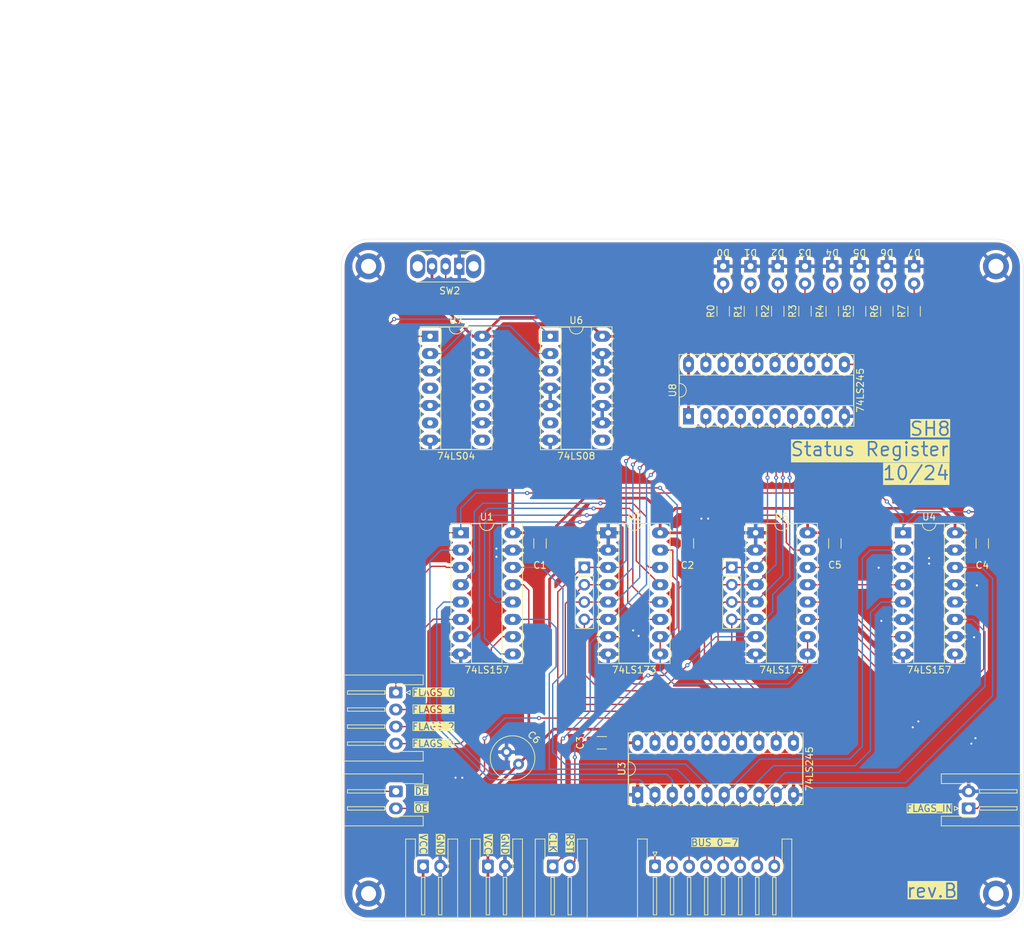
<source format=kicad_pcb>
(kicad_pcb (version 20240108) (generator "pcbnew") (generator_version "8.0")
  (layers (0 "F.Cu" signal) (31 "B.Cu" signal) (34 "B.Paste" user) (35 "F.Paste" user) (36 "B.SilkS" user "B.Silkscreen") (37 "F.SilkS" user "F.Silkscreen") (38 "B.Mask" user) (39 "F.Mask" user) (44 "Edge.Cuts" user))
  (net 0 "")
  (net 1 "VCC")
  (net 2 "GND")
  (net 3 "Net-(D1-A)")
  (net 4 "Net-(D2-A)")
  (net 5 "Net-(D3-A)")
  (net 6 "Net-(D4-A)")
  (net 7 "Net-(D5-A)")
  (net 8 "Net-(D6-A)")
  (net 9 "Net-(D7-A)")
  (net 10 "Net-(D0-A)")
  (net 11 "~{DE}")
  (net 12 "~{OE}")
  (net 13 "CLK")
  (net 14 "RST")
  (net 15 "B7")
  (net 16 "B6")
  (net 17 "B0")
  (net 18 "B5")
  (net 19 "B1")
  (net 20 "B4")
  (net 21 "B3")
  (net 22 "B2")
  (net 23 "Y2")
  (net 24 "Y0")
  (net 25 "Y1")
  (net 26 "Y3")
  (net 27 "Y6")
  (net 28 "Y4")
  (net 29 "Y5")
  (net 30 "Y7")
  (net 31 "FLAGS_IN")
  (net 32 "FLAGS_0")
  (net 33 "FLAGS_2")
  (net 34 "FLAGS_1")
  (net 35 "FLAGS_3")
  (net 36 "LED_0")
  (net 37 "LED_1")
  (net 38 "LED_2")
  (net 39 "LED_3")
  (net 40 "LED_4")
  (net 41 "LED_5")
  (net 42 "LED_6")
  (net 43 "LED_7")
  (net 44 "Net-(SW2-B)")
  (net 45 "Net-(U1-Zd)")
  (net 46 "Net-(U1-Za)")
  (net 47 "Net-(U1-Zc)")
  (net 48 "Net-(U1-Zb)")
  (net 49 "~{SR_WR_EN}")
  (net 50 "Net-(U4-Za)")
  (net 51 "Net-(U4-Zd)")
  (net 52 "Net-(U4-Zb)")
  (net 53 "Net-(U4-Zc)")
  (net 54 "Net-(U6-Pad2)")
  (footprint "Capacitor_SMD:C_1206_3216Metric_Pad1.33x1.80mm_HandSolder" (layer "F.Cu") (at 194 94.6425 -90)
    (property "Reference" "C4")
    (property "Value" "10n" (hide yes))
  )
  (footprint "Connector_JST:JST_XH_S2B-XH-A-1_1x02_P2.50mm_Horizontal" (layer "F.Cu") (at 108 131 -90)
    (property "Reference" "J2" (hide yes))
    (property "Value" "Conn_01x02_Pin" (hide yes))
  )
  (footprint "Capacitor_SMD:C_1206_3216Metric_Pad1.33x1.80mm_HandSolder" (layer "F.Cu") (at 129.14 94.6425 -90)
    (property "Reference" "C1")
    (property "Value" "10n")
  )
  (footprint "LED_THT:LED_Rectangular_W3.0mm_H2.0mm" (layer "F.Cu") (at 164 54 -90)
    (property "Reference" "D2")
    (property "Value" "LED")
  )
  (footprint "Connector_JST:JST_XH_S8B-XH-A-1_1x08_P2.50mm_Horizontal" (layer "F.Cu") (at 146 142)
    (property "Reference" "J5" (hide yes))
    (property "Value" "Conn_01x08_Pin" (hide yes))
  )
  (footprint "LED_THT:LED_Rectangular_W3.0mm_H2.0mm" (layer "F.Cu") (at 160 54 -90)
    (property "Reference" "D1")
    (property "Value" "LED")
  )
  (footprint "Capacitor_SMD:C_1206_3216Metric_Pad1.33x1.80mm_HandSolder" (layer "F.Cu") (at 150.76 94.6425 -90)
    (property "Reference" "C2")
    (property "Value" "10n")
  )
  (footprint "MountingHole:MountingHole_2.2mm_M2_DIN965_Pad" (layer "F.Cu") (at 196 146)
    (property "Reference" "H2" (hide yes))
    (property "Value" "MountingHole_Pad" (hide yes))
  )
  (footprint "Connector_JST:JST_XH_S2B-XH-A-1_1x02_P2.50mm_Horizontal" (layer "F.Cu") (at 112 142)
    (property "Reference" "J1" (hide yes))
    (property "Value" "Conn_01x02_Pin")
  )
  (footprint "Resistor_SMD:R_1206_3216Metric_Pad1.30x1.75mm_HandSolder" (layer "F.Cu") (at 176 60.59 90)
    (property "Reference" "R5")
    (property "Value" "1k")
  )
  (footprint "Package_DIP:DIP-16_W7.62mm_Socket_LongPads" (layer "F.Cu") (at 117.52 93.08)
    (property "Reference" "U1")
    (property "Value" "74LS157")
  )
  (footprint "MountingHole:MountingHole_2.2mm_M2_DIN965_Pad" (layer "F.Cu") (at 104 54)
    (property "Reference" "H1" (hide yes))
    (property "Value" "MountingHole_Pad" (hide yes))
  )
  (footprint "LED_THT:LED_Rectangular_W3.0mm_H2.0mm" (layer "F.Cu") (at 184 54 -90)
    (property "Reference" "D7")
    (property "Value" "LED")
  )
  (footprint "Connector_PinHeader_2.54mm:PinHeader_1x04_P2.54mm_Vertical" (layer "F.Cu") (at 135.64 98.16)
    (property "Reference" "J6" (hide yes))
    (property "Value" "Conn_01x04_Pin" (hide yes))
  )
  (footprint "Package_DIP:DIP-20_W7.62mm_Socket_LongPads" (layer "F.Cu") (at 150.92 76 90)
    (property "Reference" "U8")
    (property "Value" "74LS245")
  )
  (footprint "Capacitor_THT:C_Radial_D6.3mm_H11.0mm_P2.50mm" (layer "F.Cu") (at 126 127 135)
    (property "Reference" "C6")
    (property "Value" "1uF")
  )
  (footprint "LED_THT:LED_Rectangular_W3.0mm_H2.0mm" (layer "F.Cu") (at 156 54 -90)
    (property "Reference" "D0")
    (property "Value" "LED")
  )
  (footprint "Connector_JST:JST_XH_S2B-XH-A-1_1x02_P2.50mm_Horizontal" (layer "F.Cu") (at 192 133.5 90)
    (property "Reference" "J10" (hide yes))
    (property "Value" "Conn_01x02_Pin" (hide yes))
  )
  (footprint "Resistor_SMD:R_1206_3216Metric_Pad1.30x1.75mm_HandSolder" (layer "F.Cu") (at 184 60.59 90)
    (property "Reference" "R7")
    (property "Value" "1k")
  )
  (footprint "MountingHole:MountingHole_2.2mm_M2_DIN965_Pad" (layer "F.Cu") (at 196 54)
    (property "Reference" "H4" (hide yes))
    (property "Value" "MountingHole_Pad" (hide yes))
  )
  (footprint "Package_DIP:DIP-20_W7.62mm_Socket_LongPads" (layer "F.Cu") (at 143.46 131.5 90)
    (property "Reference" "U3")
    (property "Value" "74LS245")
  )
  (footprint "Capacitor_SMD:C_1206_3216Metric_Pad1.33x1.80mm_HandSolder" (layer "F.Cu") (at 138.1975 123.88 180)
    (property "Reference" "C3")
    (property "Value" "10n")
  )
  (footprint "Package_DIP:DIP-14_W7.62mm_Socket_LongPads" (layer "F.Cu") (at 130.64 64.26)
    (property "Reference" "U6")
    (property "Value" "74LS08")
  )
  (footprint "Package_DIP:DIP-16_W7.62mm_Socket_LongPads" (layer "F.Cu") (at 182.38 93.08)
    (property "Reference" "U4")
    (property "Value" "74LS157")
  )
  (footprint "Resistor_SMD:R_1206_3216Metric_Pad1.30x1.75mm_HandSolder" (layer "F.Cu") (at 168 60.59 90)
    (property "Reference" "R3")
    (property "Value" "1k")
  )
  (footprint "Resistor_SMD:R_1206_3216Metric_Pad1.30x1.75mm_HandSolder" (layer "F.Cu") (at 156 60.59 90)
    (property "Reference" "R0")
    (property "Value" "1k")
  )
  (footprint "Connector_JST:JST_XH_S2B-XH-A-1_1x02_P2.50mm_Horizontal" (layer "F.Cu") (at 131 142)
    (property "Reference" "J3" (hide yes))
    (property "Value" "Conn_01x02_Pin")
  )
  (footprint "LED_THT:LED_Rectangular_W3.0mm_H2.0mm" (layer "F.Cu") (at 180 54 -90)
    (property "Reference" "D6")
    (property "Value" "LED")
  )
  (footprint "Resistor_SMD:R_1206_3216Metric_Pad1.30x1.75mm_HandSolder" (layer "F.Cu") (at 172 60.59 90)
    (property "Reference" "R4")
    (property "Value" "1k")
  )
  (footprint "Resistor_SMD:R_1206_3216Metric_Pad1.30x1.75mm_HandSolder" (layer "F.Cu") (at 160 60.59 90)
    (property "Reference" "R1")
    (property "Value" "1k")
  )
  (footprint "Capacitor_SMD:C_1206_3216Metric_Pad1.33x1.80mm_HandSolder" (layer "F.Cu") (at 172.38 94.6425 -90)
    (property "Reference" "C5")
    (property "Value" "10n")
  )
  (footprint "MountingHole:MountingHole_2.2mm_M2_DIN965_Pad" (layer "F.Cu") (at 104 146)
    (property "Reference" "H3" (hide yes))
    (property "Value" "MountingHole_Pad" (hide yes))
  )
  (footprint "LED_THT:LED_Rectangular_W3.0mm_H2.0mm" (layer "F.Cu") (at 168 54 -90)
    (property "Reference" "D3")
    (property "Value" "LED")
  )
  (footprint "LED_THT:LED_Rectangular_W3.0mm_H2.0mm" (layer "F.Cu") (at 172 54 -90)
    (property "Reference" "D4")
    (property "Value" "LED")
  )
  (footprint "Connector_PinHeader_2.54mm:PinHeader_1x04_P2.54mm_Vertical" (layer "F.Cu") (at 157.26 98.16)
    (property "Reference" "J7" (hide yes))
    (property "Value" "Conn_01x04_Pin" (hide yes))
  )
  (footprint "Button_Switch_THT:SW_Slide_SPDT_Angled_CK_OS102011MA1Q" (layer "F.Cu") (at 117.3 54 180)
    (property "Reference" "SW2")
    (property "Value" "SW_SPDT")
  )
  (footprint "Package_DIP:DIP-14_W7.62mm_Socket_LongPads" (layer "F.Cu") (at 113.02 64.26)
    (property "Reference" "U7")
    (property "Value" "74LS04")
  )
  (footprint "Connector_JST:JST_XH_S2B-XH-A-1_1x02_P2.50mm_Horizontal" (layer "F.Cu") (at 121.5 142)
    (property "Reference" "J4" (hide yes))
    (property "Value" "Conn_01x02_Pin")
  )
  (footprint "Resistor_SMD:R_1206_3216Metric_Pad1.30x1.75mm_HandSolder" (layer "F.Cu") (at 180 60.59 90)
    (property "Reference" "R6")
    (property "Value" "1k")
  )
  (footprint "Connector_JST:JST_XH_S4B-XH-A-1_1x04_P2.50mm_Horizontal" (layer "F.Cu") (at 108 116.5 -90)
    (property "Reference" "J11" (hide yes))
    (property "Value" "Conn_01x04_Pin" (hide yes))
  )
  (footprint "LED_THT:LED_Rectangular_W3.0mm_H2.0mm" (layer "F.Cu") (at 176 54 -90)
    (property "Reference" "D5")
    (property "Value" "LED")
  )
  (footprint "Package_DIP:DIP-16_W7.62mm_Socket_LongPads" (layer "F.Cu") (at 160.76 93.08)
    (property "Reference" "U5")
    (property "Value" "74LS173")
  )
  (footprint "Package_DIP:DIP-16_W7.62mm_Socket_LongPads" (layer "F.Cu") (at 139.14 93.08)
    (property "Reference" "U2")
    (property "Value" "74LS173")
  )
  (footprint "Resistor_SMD:R_1206_3216Metric_Pad1.30x1.75mm_HandSolder" (layer "F.Cu") (at 164 60.59 90)
    (property "Reference" "R2")
    (property "Value" "1k")
  )
  (gr_line (start 196 150) (end 104 150) (stroke (width 0.05)) (layer "Edge.Cuts"))
  (gr_arc (start 196 50) (mid 198.828427 51.171573) (end 200 54) (stroke (width 0.05)) (layer "Edge.Cuts"))
  (gr_line (start 200 54) (end 200 146) (stroke (width 0.05)) (layer "Edge.Cuts"))
  (gr_arc (start 200 146) (mid 198.828427 148.828427) (end 196 150) (stroke (width 0.05)) (layer "Edge.Cuts"))
  (gr_line (start 104 50) (end 196 50) (stroke (width 0.05)) (layer "Edge.Cuts"))
  (gr_arc (start 100 54) (mid 101.171573 51.171573) (end 104 50) (stroke (width 0.05)) (layer "Edge.Cuts"))
  (gr_arc (start 104 150) (mid 101.171573 148.828427) (end 100 146) (stroke (width 0.05)) (layer "Edge.Cuts"))
  (gr_line (start 100 146) (end 100 54) (stroke (width 0.05)) (layer "Edge.Cuts"))
  (gr_text "VCC" (at 121.5 138.75 270) (layer "F.SilkS" knockout) (effects (font (size 1 1))))
  (gr_text "VCC" (at 112 138.75 270) (layer "F.SilkS" knockout) (effects (font (size 1 1))))
  (gr_text "rev.B" (at 182.75 146.75 0) (layer "F.SilkS" knockout) (effects (font (size 2 2) (thickness 0.25)) (justify left bottom)))
  (gr_text "GND" (at 124 138.75 -90) (layer "F.SilkS" knockout) (effects (font (size 1 1))))
  (gr_text "FLAGS_IN" (at 186.25 133.5 0) (layer "F.SilkS" knockout) (effects (font (size 1 1))))
  (gr_text "RST" (at 133.5 138.5 270) (layer "F.SilkS" knockout) (effects (font (size 1 1))))
  (gr_text "BUS 0-7" (at 154.75 139.1 0) (layer "F.SilkS" knockout) (effects (font (size 1 1)) (justify bottom)))
  (gr_text "CLK" (at 131 138.5 270) (layer "F.SilkS" knockout) (effects (font (size 1 1))))
  (gr_text "10/24" (at 179.25 85.5 0) (layer "F.SilkS" knockout) (effects (font (size 2 2) (thickness 0.25)) (justify left bottom)))
  (gr_text "SH8" (at 183.25 79 0) (layer "F.SilkS" knockout) (effects (font (size 2 2) (thickness 0.25)) (justify left bottom)))
  (gr_text "FLAGS 1" (at 113.5 119 0) (layer "F.SilkS" knockout) (effects (font (size 1 1))))
  (gr_text "FLAGS 2" (at 113.5 121.5 0) (layer "F.SilkS" knockout) (effects (font (size 1 1))))
  (gr_text "FLAGS 3" (at 113.5 124 0) (layer "F.SilkS" knockout) (effects (font (size 1 1))))
  (gr_text "~{DE}" (at 111.75 131 0) (layer "F.SilkS" knockout) (effects (font (size 1 1))))
  (gr_text "Status Register" (at 165.75 82 0) (layer "F.SilkS" knockout) (effects (font (size 2 2) (thickness 0.25)) (justify left bottom)))
  (gr_text "GND" (at 114.5 138.75 -90) (layer "F.SilkS" knockout) (effects (font (size 1 1))))
  (gr_text "~{OE}" (at 111.75 133.5 0) (layer "F.SilkS" knockout) (effects (font (size 1 1))))
  (gr_text "FLAGS 0" (at 113.5 116.5 0) (layer "F.SilkS" knockout) (effects (font (size 1 1))))
  (segment (start 131.12 121.88) (end 134.62 121.88) (width 0.4) (layer "F.Cu") (net 1))
  (segment (start 125.14 93.08) (end 129.14 93.08) (width 0.4) (layer "F.Cu") (net 1))
  (segment (start 131.54 92.08) (end 135.62 88) (width 0.4) (layer "F.Cu") (net 1))
  (segment (start 120.64 64.26) (end 123.4 61.5) (width 0.4) (layer "F.Cu") (net 1))
  (segment (start 120.5 145.5) (end 121.5 144.5) (width 0.4) (layer "F.Cu") (net 1))
  (segment (start 150.92 68.38) (end 150.92 76) (width 0.4) (layer "F.Cu") (net 1))
  (segment (start 120.64 64.26) (end 123.26 64.26) (width 0.4) (layer "F.Cu") (net 1))
  (segment (start 146.76 91.74) (end 149 89.5) (width 0.4) (layer "F.Cu") (net 1))
  (segment (start 123.26 64.26) (end 125.14 66.14) (width 0.4) (layer "F.Cu") (net 1))
  (segment (start 166.37 89.5) (end 168.38 91.51) (width 0.4) (layer "F.Cu") (net 1))
  (segment (start 121.5 144.5) (end 121.5 142) (width 0.4) (layer "F.Cu") (net 1))
  (segment (start 149 89.5) (end 166.37 89.5) (width 0.4) (layer "F.Cu") (net 1))
  (segment (start 130.54 99.88) (end 131.54 98.88) (width 0.4) (layer "F.Cu") (net 1))
  (segment (start 121.5 132.8) (end 121.5 142) (width 0.4) (layer "F.Cu") (net 1))
  (segment (start 137.76 121.88) (end 134.62 121.88) (width 0.4) (layer "F.Cu") (net 1))
  (segment (start 130.54 93.08) (end 129.14 93.08) (width 0.4) (layer "F.Cu") (net 1))
  (segment (start 168.38 93.08) (end 172.38 93.08) (width 0.4) (layer "F.Cu") (net 1))
  (segment (start 135.5 61.5) (end 138.26 64.26) (width 0.4) (layer "F.Cu") (net 1))
  (segment (start 135.62 88) (end 144.75 88) (width 0.4) (layer "F.Cu") (net 1))
  (segment (start 127.5 122.34) (end 127.5 115.32) (width 0.4) (layer "F.Cu") (net 1))
  (segment (start 190 91.51) (end 190 93.08) (width 0.4) (layer "F.Cu") (net 1))
  (segment (start 121.5 132.8) (end 121.5 131.5) (width 0.4) (layer "F.Cu") (net 1))
  (segment (start 170.39 89.5) (end 187.99 89.5) (width 0.4) (layer "F.Cu") (net 1))
  (segment (start 150.92 66.42) (end 150.92 68.38) (width 0.4) (layer "F.Cu") (net 1))
  (segment (start 139.76 123.88) (end 137.76 121.88) (width 0.4) (layer "F.Cu") (net 1))
  (segment (start 168.38 91.51) (end 170.39 89.5) (width 0.4) (layer "F.Cu") (net 1))
  (segment (start 148.76 64.26) (end 150.92 66.42) (width 0.4) (layer "F.Cu") (net 1))
  (segment (start 121.5 131.5) (end 129.08 123.92) (width 0.4) (layer "F.Cu") (net 1))
  (segment (start 168.38 93.08) (end 168.38 91.51) (width 0.4) (layer "F.Cu") (net 1))
  (segment (start 125.14 93.08) (end 125.14 91.86) (width 0.4) (layer "F.Cu") (net 1))
  (segment (start 139.76 123.88) (end 143.46 123.88) (width 0.4) (layer "F.Cu") (net 1))
  (segment (start 144.75 88) (end 146.76 90.01) (width 0.4) (layer "F.Cu") (net 1))
  (segment (start 146.76 90.01) (end 146.76 93.08) (width 0.4) (layer "F.Cu") (net 1))
  (segment (start 119.26 64.26) (end 120.64 64.26) (width 0.4) (layer "F.Cu") (net 1))
  (segment (start 138.26 64.26) (end 148.76 64.26) (width 0.4) (layer "F.Cu") (net 1))
  (segment (start 130.54 112.28) (end 130.54 99.88) (width 0.4) (layer "F.Cu") (net 1))
  (segment (start 150.76 93.08) (end 146.76 93.08) (width 0.4) (layer "F.Cu") (net 1))
  (segment (start 129.08 123.92) (end 127.5 122.34) (width 0.4) (layer "F.Cu") (net 1))
  (segment (start 129.08 123.92) (end 131.12 121.88) (width 0.4) (layer "F.Cu") (net 1))
  (segment (start 112 142) (end 112 144) (width 0.4) (layer "F.Cu") (net 1))
  (segment (start 113.3 54) (end 113.3 58.3) (width 0.4) (layer "F.Cu") (net 1))
  (segment (start 125.14 66.14) (end 125.14 91.86) (width 0.4) (layer "F.Cu") (net 1))
  (segment (start 131.54 94.08) (end 131.54 92.08) (width 0.4) (layer "F.Cu") (net 1))
  (segment (start 187.99 89.5) (end 190 91.51) (width 0.4) (layer "F.Cu") (net 1))
  (segment (start 113.3 58.3) (end 119.26 64.26) (width 0.4) (layer "F.Cu") (net 1))
  (segment (start 131.54 98.88) (end 131.54 94.08) (width 0.4) (layer "F.Cu") (net 1))
  (segment (start 127.5 115.32) (end 130.54 112.28) (width 0.4) (layer "F.Cu") (net 1))
  (segment (start 123.4 61.5) (end 135.5 61.5) (width 0.4) (layer "F.Cu") (net 1))
  (segment (start 112 144) (end 113.5 145.5) (width 0.4) (layer "F.Cu") (net 1))
  (segment (start 131.54 94.08) (end 130.54 93.08) (width 0.4) (layer "F.Cu") (net 1))
  (segment (start 113.5 145.5) (end 120.5 145.5) (width 0.4) (layer "F.Cu") (net 1))
  (segment (start 190 93.08) (end 194 93.08) (width 0.4) (layer "F.Cu") (net 1))
  (via (at 122.75 96.6) (size 0.6) (drill 0.3) (layers "F.Cu" "B.Cu") (net 2))
  (via (at 179.2 106) (size 0.6) (drill 0.3) (layers "F.Cu" "B.Cu") (net 2))
  (via (at 122.75 95.4) (size 0.6) (drill 0.3) (layers "F.Cu" "B.Cu") (net 2))
  (via (at 116.75 129) (size 0.6) (drill 0.3) (layers "F.Cu" "B.Cu") (net 2))
  (via (at 143.6 108.2) (size 0.6) (drill 0.3) (layers "F.Cu" "B.Cu") (net 2))
  (via (at 193.2 100.8) (size 0.6) (drill 0.3) (layers "F.Cu" "B.Cu") (net 2))
  (via (at 178.8 98.2) (size 0.6) (drill 0.3) (layers "F.Cu" "B.Cu") (net 2))
  (via (at 184.622192 120.745941) (size 0.6) (drill 0.3) (layers "F.Cu" "B.Cu") (net 2))
  (via (at 186.2 97.6) (size 0.6) (drill 0.3) (layers "F.Cu" "B.Cu") (net 2))
  (via (at 117.75 129) (size 0.6) (drill 0.3) (layers "F.Cu" "B.Cu") (net 2))
  (via (at 193 123.2) (size 0.6) (drill 0.3) (layers "F.Cu" "B.Cu") (net 2))
  (via (at 152.8 91) (size 0.6) (drill 0.3) (layers "F.Cu" "B.Cu") (net 2))
  (via (at 153.8 91) (size 0.6) (drill 0.3) (layers "F.Cu" "B.Cu") (net 2))
  (via (at 142.8 107.4) (size 0.6) (drill 0.3) (layers "F.Cu" "B.Cu") (net 2))
  (via (at 186.2 96.8) (size 0.6) (drill 0.3) (layers "F.Cu" "B.Cu") (net 2))
  (via (at 183.8 121.6) (size 0.6) (drill 0.3) (layers "F.Cu" "B.Cu") (net 2))
  (via (at 192.8 108.4) (size 0.6) (drill 0.3) (layers "F.Cu" "B.Cu") (net 2))
  (via (at 192.4 124) (size 0.6) (drill 0.3) (layers "F.Cu" "B.Cu") (net 2))
  (segment (start 160 59.04) (end 160 56.54) (width 0.2) (layer "F.Cu") (net 3))
  (segment (start 164 56.54) (end 164 59.04) (width 0.2) (layer "F.Cu") (net 4))
  (segment (start 168 59.04) (end 168 56.54) (width 0.2) (layer "F.Cu") (net 5))
  (segment (start 172 56.54) (end 172 59.04) (width 0.2) (layer "F.Cu") (net 6))
  (segment (start 176 59.04) (end 176 56.54) (width 0.2) (layer "F.Cu") (net 7))
  (segment (start 180 56.54) (end 180 59.04) (width 0.2) (layer "F.Cu") (net 8))
  (segment (start 184 56.54) (end 184 59.04) (width 0.2) (layer "F.Cu") (net 9))
  (segment (start 156 59.04) (end 156 56.54) (width 0.2) (layer "F.Cu") (net 10))
  (segment (start 104.5 129) (end 104.5 65) (width 0.2) (layer "F.Cu") (net 11))
  (segment (start 106.5 131) (end 104.5 129) (width 0.2) (layer "F.Cu") (net 11))
  (segment (start 104.5 65) (end 107.75 61.75) (width 0.2) (layer "F.Cu") (net 11))
  (segment (start 108 131) (end 106.5 131) (width 0.2) (layer "F.Cu") (net 11))
  (via (at 107.75 61.75) (size 0.6) (drill 0.3) (layers "F.Cu" "B.Cu") (net 11))
  (segment (start 107.75 61.75) (end 128.13 61.75) (width 0.2) (layer "B.Cu") (net 11))
  (segment (start 128.13 61.75) (end 130.64 64.26) (width 0.2) (layer "B.Cu") (net 11))
  (segment (start 143.75 120.25) (end 142 120.25) (width 0.2) (layer "F.Cu") (net 12))
  (segment (start 121 123.25) (end 121 128) (width 0.2) (layer "F.Cu") (net 12))
  (segment (start 144.75 121.25) (end 143.75 120.25) (width 0.2) (layer "F.Cu") (net 12))
  (segment (start 146 122.5) (end 144.75 121.25) (width 0.2) (layer "F.Cu") (net 12))
  (segment (start 142 120.25) (end 129 120.25) (width 0.2) (layer "F.Cu") (net 12))
  (segment (start 146 123.88) (end 146 122.5) (width 0.2) (layer "F.Cu") (net 12))
  (segment (start 115.5 133.5) (end 108 133.5) (width 0.2) (layer "F.Cu") (net 12))
  (segment (start 121 128) (end 115.5 133.5) (width 0.2) (layer "F.Cu") (net 12))
  (via (at 121 123.25) (size 0.6) (drill 0.3) (layers "F.Cu" "B.Cu") (net 12))
  (via (at 129 120.25) (size 0.6) (drill 0.3) (layers "F.Cu" "B.Cu") (net 12))
  (segment (start 124 120.25) (end 121 123.25) (width 0.2) (layer "B.Cu") (net 12))
  (segment (start 129 120.25) (end 124 120.25) (width 0.2) (layer "B.Cu") (net 12))
  (segment (start 142.25 114.65) (end 142.25 110) (width 0.2) (layer "F.Cu") (net 13))
  (segment (start 150.75 112.5) (end 148 115.25) (width 0.2) (layer "F.Cu") (net 13))
  (segment (start 142.25 110) (end 140.57 108.32) (width 0.2) (layer "F.Cu") (net 13))
  (segment (start 132.25 123.5) (end 132.25 140.75) (width 0.2) (layer "F.Cu") (net 13))
  (segment (start 148 115.25) (end 142.85 115.25) (width 0.2) (layer "F.Cu") (net 13))
  (segment (start 132.25 140.75) (end 131 142) (width 0.2) (layer "F.Cu") (net 13))
  (segment (start 140.57 108.32) (end 139.14 108.32) (width 0.2) (layer "F.Cu") (net 13))
  (segment (start 132.5 123.25) (end 132.25 123.5) (width 0.2) (layer "F.Cu") (net 13))
  (segment (start 142.85 115.25) (end 142.25 114.65) (width 0.2) (layer "F.Cu") (net 13))
  (via (at 132.5 123.25) (size 0.6) (drill 0.3) (layers "F.Cu" "B.Cu") (net 13))
  (via (at 150.75 112.5) (size 0.6) (drill 0.3) (layers "F.Cu" "B.Cu") (net 13))
  (segment (start 136.5 109.25) (end 137.43 108.32) (width 0.2) (layer "B.Cu") (net 13))
  (segment (start 136.5 119.25) (end 136.5 109.25) (width 0.2) (layer "B.Cu") (net 13))
  (segment (start 154.93 108.32) (end 160.76 108.32) (width 0.2) (layer "B.Cu") (net 13))
  (segment (start 137.43 108.32) (end 139.14 108.32) (width 0.2) (layer "B.Cu") (net 13))
  (segment (start 150.75 112.5) (end 154.93 108.32) (width 0.2) (layer "B.Cu") (net 13))
  (segment (start 132.5 123.25) (end 136.5 119.25) (width 0.2) (layer "B.Cu") (net 13))
  (segment (start 134.25 126) (end 134.25 141.25) (width 0.2) (layer "F.Cu") (net 14))
  (segment (start 149.5 101.25) (end 154.25 96.5) (width 0.2) (layer "F.Cu") (net 14))
  (segment (start 149.5 111.75) (end 149.5 100.88) (width 0.2) (layer "F.Cu") (net 14))
  (segment (start 147.25 114) (end 149.5 111.75) (width 0.2) (layer "F.Cu") (net 14))
  (segment (start 146.76 95.62) (end 148.62 95.62) (width 0.2) (layer "F.Cu") (net 14))
  (segment (start 134.25 141.25) (end 133.5 142) (width 0.2) (layer "F.Cu") (net 14))
  (segment (start 149.5 100.35) (end 149.5 100.88) (width 0.2) (layer "F.Cu") (net 14))
  (segment (start 165.25 94.5) (end 166.37 95.62) (width 0.2) (layer "F.Cu") (net 14))
  (segment (start 164 90.5) (end 165.25 91.75) (width 0.2) (layer "F.Cu") (net 14))
  (segment (start 148.62 99.47) (end 149.5 100.35) (width 0.2) (layer "F.Cu") (net 14))
  (segment (start 154.25 93.5) (end 157.25 90.5) (width 0.2) (layer "F.Cu") (net 14))
  (segment (start 166.37 95.62) (end 168.38 95.62) (width 0.2) (layer "F.Cu") (net 14))
  (segment (start 165.25 91.75) (end 165.25 94.5) (width 0.2) (layer "F.Cu") (net 14))
  (segment (start 148.62 95.62) (end 148.62 99.47) (width 0.2) (layer "F.Cu") (net 14))
  (segment (start 157.25 90.5) (end 164 90.5) (width 0.2) (layer "F.Cu") (net 14))
  (segment (start 145 114) (end 147.25 114) (width 0.2) (layer "F.Cu") (net 14))
  (segment (start 154.25 96.5) (end 154.25 93.5) (width 0.2) (layer "F.Cu") (net 14))
  (via (at 134.25 126) (size 0.6) (drill 0.3) (layers "F.Cu" "B.Cu") (net 14))
  (via (at 145 114) (size 0.6) (drill 0.3) (layers "F.Cu" "B.Cu") (net 14))
  (segment (start 134.25 124.5) (end 144.75 114) (width 0.2) (layer "B.Cu") (net 14))
  (segment (start 144.75 114) (end 145 114) (width 0.2) (layer "B.Cu") (net 14))
  (segment (start 134.25 126) (end 134.25 124.5) (width 0.2) (layer "B.Cu") (net 14))
  (segment (start 163.5 131.78) (end 163.78 131.5) (width 0.2) (layer "F.Cu") (net 15))
  (segment (start 163.5 142) (end 163.5 131.78) (width 0.2) (layer "F.Cu") (net 15))
  (segment (start 182.75 129.75) (end 195.5 117) (width 0.2) (layer "B.Cu") (net 15))
  (segment (start 195.5 117) (end 195.5 99.75) (width 0.2) (layer "B.Cu") (net 15))
  (segment (start 165.53 129.75) (end 182.75 129.75) (width 0.2) (layer "B.Cu") (net 15))
  (segment (start 193.91 98.16) (end 190 98.16) (width 0.2) (layer "B.Cu") (net 15))
  (segment (start 163.78 131.5) (end 165.53 129.75) (width 0.2) (layer "B.Cu") (net 15))
  (segment (start 195.5 99.75) (end 193.91 98.16) (width 0.2) (layer "B.Cu") (net 15))
  (segment (start 161.24 131.5) (end 161.24 141.76) (width 0.2) (layer "F.Cu") (net 16))
  (segment (start 161.24 141.76) (end 161 142) (width 0.2) (layer "F.Cu") (net 16))
  (segment (start 190 105.78) (end 192.58 105.78) (width 0.2) (layer "B.Cu") (net 16))
  (segment (start 194.4 115.6) (end 181.75 128.25) (width 0.2) (layer "B.Cu") (net 16))
  (segment (start 165.074365 128.25) (end 161.824365 131.5) (width 0.2) (layer "B.Cu") (net 16))
  (segment (start 181.75 128.25) (end 165.074365 128.25) (width 0.2) (layer "B.Cu") (net 16))
  (segment (start 192.58 105.78) (end 194.4 107.6) (width 0.2) (layer "B.Cu") (net 16))
  (segment (start 161.824365 131.5) (end 161.24 131.5) (width 0.2) (layer "B.Cu") (net 16))
  (segment (start 194.4 107.6) (end 194.4 115.6) (width 0.2) (layer "B.Cu") (net 16))
  (segment (start 146 131.5) (end 146 142) (width 0.2) (layer "F.Cu") (net 17))
  (segment (start 146 131.5) (end 143.78 129.28) (width 0.2) (layer "B.Cu") (net 17))
  (segment (start 114.63 95.62) (end 117.52 95.62) (width 0.2) (layer "B.Cu") (net 17))
  (segment (start 113 97.25) (end 114.63 95.62) (width 0.2) (layer "B.Cu") (net 17))
  (segment (start 143.78 129.28) (end 121.78 129.28) (width 0.2) (layer "B.Cu") (net 17))
  (segment (start 121.78 129.28) (end 113 120.5) (width 0.2) (layer "B.Cu") (net 17))
  (segment (start 113 120.5) (end 113 97.25) (width 0.2) (layer "B.Cu") (net 17))
  (segment (start 158.5 131.7) (end 158.7 131.5) (width 0.2) (layer "F.Cu") (net 18))
  (segment (start 158.5 142) (end 158.5 131.7) (width 0.2) (layer "F.Cu") (net 18))
  (segment (start 179.16 103.24) (end 182.38 103.24) (width 0.2) (layer "B.Cu") (net 18))
  (segment (start 177.6 104.8) (end 179.16 103.24) (width 0.2) (layer "B.Cu") (net 18))
  (segment (start 158.7 131.5) (end 159.1 131.5) (width 0.2) (layer "B.Cu") (net 18))
  (segment (start 159.1 131.5) (end 163.35 127.25) (width 0.2) (layer "B.Cu") (net 18))
  (segment (start 177.6 125) (end 177.6 104.8) (width 0.2) (layer "B.Cu") (net 18))
  (segment (start 175.35 127.25) (end 177.6 125) (width 0.2) (layer "B.Cu") (net 18))
  (segment (start 163.35 127.25) (end 175.35 127.25) (width 0.2) (layer "B.Cu") (net 18))
  (segment (start 148.5 142) (end 148.5 131.54) (width 0.2) (layer "F.Cu") (net 19))
  (segment (start 148.5 131.54) (end 148.54 131.5) (width 0.2) (layer "F.Cu") (net 19))
  (segment (start 122 128.5) (end 147.75 128.5) (width 0.2) (layer "B.Cu") (net 19))
  (segment (start 114 104.25) (end 114 120.5) (width 0.2) (layer "B.Cu") (net 19))
  (segment (start 117.52 103.24) (end 115.01 103.24) (width 0.2) (layer "B.Cu") (net 19))
  (segment (start 148.54 129.29) (end 148.54 131.5) (width 0.2) (layer "B.Cu") (net 19))
  (segment (start 147.75 128.5) (end 148.54 129.29) (width 0.2) (layer "B.Cu") (net 19))
  (segment (start 114 120.5) (end 122 128.5) (width 0.2) (layer "B.Cu") (net 19))
  (segment (start 115.01 103.24) (end 114 104.25) (width 0.2) (layer "B.Cu") (net 19))
  (segment (start 156.16 131.5) (end 156.16 141.84) (width 0.2) (layer "F.Cu") (net 20))
  (segment (start 156.16 141.84) (end 156 142) (width 0.2) (layer "F.Cu") (net 20))
  (segment (start 177.58 95.62) (end 182.38 95.62) (width 0.2) (layer "B.Cu") (net 20))
  (segment (start 174.55 126.25) (end 176.4 124.4) (width 0.2) (layer "B.Cu") (net 20))
  (segment (start 161.41 126.25) (end 174.55 126.25) (width 0.2) (layer "B.Cu") (net 20))
  (segment (start 176.4 124.4) (end 176.4 96.8) (width 0.2) (layer "B.Cu") (net 20))
  (segment (start 156.16 131.5) (end 161.41 126.25) (width 0.2) (layer "B.Cu") (net 20))
  (segment (start 176.4 96.8) (end 177.58 95.62) (width 0.2) (layer "B.Cu") (net 20))
  (segment (start 153.62 131.5) (end 153.62 141.88) (width 0.2) (layer "F.Cu") (net 21))
  (segment (start 153.62 141.88) (end 153.5 142) (width 0.2) (layer "F.Cu") (net 21))
  (segment (start 150.5 127) (end 132.75 127) (width 0.2) (layer "B.Cu") (net 21))
  (segment (start 132.75 127) (end 131 125.25) (width 0.2) (layer "B.Cu") (net 21))
  (segment (start 131 125.25) (end 131 115.25) (width 0.2) (layer "B.Cu") (net 21))
  (segment (start 129.41 98.16) (end 125.14 98.16) (width 0.2) (layer "B.Cu") (net 21))
  (segment (start 153.62 130.12) (end 150.5 127) (width 0.2) (layer "B.Cu") (net 21))
  (segment (start 132.5 101.25) (end 129.41 98.16) (width 0.2) (layer "B.Cu") (net 21))
  (segment (start 131 115.25) (end 132.5 113.75) (width 0.2) (layer "B.Cu") (net 21))
  (segment (start 153.62 131.5) (end 153.62 130.12) (width 0.2) (layer "B.Cu") (net 21))
  (segment (start 132.5 113.75) (end 132.5 101.25) (width 0.2) (layer "B.Cu") (net 21))
  (segment (start 151 142) (end 151 131.58) (width 0.2) (layer "F.Cu") (net 22))
  (segment (start 151 131.58) (end 151.08 131.5) (width 0.2) (layer "F.Cu") (net 22))
  (segment (start 125.14 105.78) (end 130.28 105.78) (width 0.2) (layer "B.Cu") (net 22))
  (segment (start 130.5 113.75) (end 130.5 127.75) (width 0.2) (layer "B.Cu") (net 22))
  (segment (start 131.5 112.75) (end 130.5 113.75) (width 0.2) (layer "B.Cu") (net 22))
  (segment (start 151.08 129.58) (end 151.08 131.5) (width 0.2) (layer "B.Cu") (net 22))
  (segment (start 130.5 127.75) (end 149.25 127.75) (width 0.2) (layer "B.Cu") (net 22))
  (segment (start 130.28 105.78) (end 131.5 107) (width 0.2) (layer "B.Cu") (net 22))
  (segment (start 149.25 127.75) (end 151.08 129.58) (width 0.2) (layer "B.Cu") (net 22))
  (segment (start 131.5 107) (end 131.5 112.75) (width 0.2) (layer "B.Cu") (net 22))
  (segment (start 153.75 83) (end 144.34 83) (width 0.2) (layer "F.Cu") (net 23))
  (segment (start 133.25 114.85) (end 133.25 104) (width 0.2) (layer "F.Cu") (net 23))
  (segment (start 158.54 78.21) (end 153.75 83) (width 0.2) (layer "F.Cu") (net 23))
  (segment (start 135.64 103.24) (end 139.14 103.24) (width 0.2) (layer "F.Cu") (net 23))
  (segment (start 153.62 120.62) (end 150.25 117.25) (width 0.2) (layer "F.Cu") (net 23))
  (segment (start 134.01 103.24) (end 135.64 103.24) (width 0.2) (layer "F.Cu") (net 23))
  (segment (start 135.65 117.25) (end 133.25 114.85) (width 0.2) (layer "F.Cu") (net 23))
  (segment (start 158.54 76) (end 158.54 78.21) (width 0.2) (layer "F.Cu") (net 23))
  (segment (start 150.25 117.25) (end 135.65 117.25) (width 0.2) (layer "F.Cu") (net 23))
  (segment (start 133.25 104) (end 134.01 103.24) (width 0.2) (layer "F.Cu") (net 23))
  (segment (start 153.62 123.88) (end 153.62 120.62) (width 0.2) (layer "F.Cu") (net 23))
  (segment (start 144.34 83) (end 143.76 83.58) (width 0.2) (layer "F.Cu") (net 23))
  (via (at 143.76 83.58) (size 0.6) (drill 0.3) (layers "F.Cu" "B.Cu") (net 23))
  (segment (start 140.18 103.24) (end 139.14 103.24) (width 0.2) (layer "B.Cu") (net 23))
  (segment (start 143.76 99.66) (end 143.76 83.58) (width 0.2) (layer "B.Cu") (net 23))
  (segment (start 143.76 99.66) (end 140.18 103.24) (width 0.2) (layer "B.Cu") (net 23))
  (segment (start 150.5 81) (end 143.32 81) (width 0.2) (layer "F.Cu") (net 24))
  (segment (start 135.64 98.16) (end 135.34 98.16) (width 0.2) (layer "F.Cu") (net 24))
  (segment (start 148.54 122.04) (end 148.54 123.88) (width 0.2) (layer "F.Cu") (net 24))
  (segment (start 153.46 78.04) (end 150.5 81) (width 0.2) (layer "F.Cu") (net 24))
  (segment (start 134.25 119.25) (end 145.75 119.25) (width 0.2) (layer "F.Cu") (net 24))
  (segment (start 139.14 98.16) (end 135.64 98.16) (width 0.2) (layer "F.Cu") (net 24))
  (segment (start 143.32 81) (end 141.76 82.56) (width 0.2) (layer "F.Cu") (net 24))
  (segment (start 145.75 119.25) (end 148.54 122.04) (width 0.2) (layer "F.Cu") (net 24))
  (segment (start 131.75 116.75) (end 134.25 119.25) (width 0.2) (layer "F.Cu") (net 24))
  (segment (start 153.46 76) (end 153.46 78.04) (width 0.2) (layer "F.Cu") (net 24))
  (segment (start 135.34 98.16) (end 131.75 101.75) (width 0.2) (layer "F.Cu") (net 24))
  (segment (start 131.75 101.75) (end 131.75 116.75) (width 0.2) (layer "F.Cu") (net 24))
  (via (at 141.76 82.56) (size 0.6) (drill 0.3) (layers "F.Cu" "B.Cu") (net 24))
  (segment (start 141.76 97.16) (end 140.76 98.16) (width 0.2) (layer "B.Cu") (net 24))
  (segment (start 140.76 98.16) (end 139.14 98.16) (width 0.2) (layer "B.Cu") (net 24))
  (segment (start 141.76 97.16) (end 141.76 82.56) (width 0.2) (layer "B.Cu") (net 24))
  (segment (start 156 78) (end 152 82) (width 0.2) (layer "F.Cu") (net 25))
  (segment (start 135.64 100.7) (end 139.14 100.7) (width 0.2) (layer "F.Cu") (net 25))
  (segment (start 135.25 118.25) (end 148 118.25) (width 0.2) (layer "F.Cu") (net 25))
  (segment (start 152 82) (end 143.84 82) (width 0.2) (layer "F.Cu") (net 25))
  (segment (start 156 76) (end 156 78) (width 0.2) (layer "F.Cu") (net 25))
  (segment (start 148 118.25) (end 151.08 121.33) (width 0.2) (layer "F.Cu") (net 25))
  (segment (start 151.08 121.33) (end 151.08 123.88) (width 0.2) (layer "F.Cu") (net 25))
  (segment (start 132.85 115.85) (end 135.25 118.25) (width 0.2) (layer "F.Cu") (net 25))
  (segment (start 135.64 100.7) (end 132.85 103.49) (width 0.2) (layer "F.Cu") (net 25))
  (segment (start 132.85 103.49) (end 132.85 115.85) (width 0.2) (layer "F.Cu") (net 25))
  (segment (start 143.84 82) (end 142.76 83.08) (width 0.2) (layer "F.Cu") (net 25))
  (via (at 142.76 83.08) (size 0.6) (drill 0.3) (layers "F.Cu" "B.Cu") (net 25))
  (segment (start 142.76 98.16) (end 140.22 100.7) (width 0.2) (layer "B.Cu") (net 25))
  (segment (start 142.76 98.16) (end 142.76 83.08) (width 0.2) (layer "B.Cu") (net 25))
  (segment (start 140.22 100.7) (end 139.14 100.7) (width 0.2) (layer "B.Cu") (net 25))
  (segment (start 135.64 105.78) (end 135.64 113.84) (width 0.2) (layer "F.Cu") (net 26))
  (segment (start 135.64 113.84) (end 138.05 116.25) (width 0.2) (layer "F.Cu") (net 26))
  (segment (start 145.4 84.6) (end 146 84) (width 0.2) (layer "F.Cu") (net 26))
  (segment (start 161.08 78.42) (end 161.08 76) (width 0.2) (layer "F.Cu") (net 26))
  (segment (start 155.5 84) (end 161.08 78.42) (width 0.2) (layer "F.Cu") (net 26))
  (segment (start 139.14 105.78) (end 135.64 105.78) (width 0.2) (layer "F.Cu") (net 26))
  (segment (start 146 84) (end 155.5 84) (width 0.2) (layer "F.Cu") (net 26))
  (segment (start 156.16 120.16) (end 156.16 123.88) (width 0.2) (layer "F.Cu") (net 26))
  (segment (start 138.05 116.25) (end 152.25 116.25) (width 0.2) (layer "F.Cu") (net 26))
  (segment (start 152.25 116.25) (end 156.16 120.16) (width 0.2) (layer "F.Cu") (net 26))
  (via (at 145.4 84.6) (size 0.6) (drill 0.3) (layers "F.Cu" "B.Cu") (net 26))
  (segment (start 144.76 85.24) (end 144.76 100.66) (width 0.2) (layer "B.Cu") (net 26))
  (segment (start 139.64 105.78) (end 139.14 105.78) (width 0.2) (layer "B.Cu") (net 26))
  (segment (start 144.76 100.66) (end 139.64 105.78) (width 0.2) (layer "B.Cu") (net 26))
  (segment (start 145.4 84.6) (end 144.76 85.24) (width 0.2) (layer "B.Cu") (net 26))
  (segment (start 163.78 120.98) (end 163.78 123.88) (width 0.2) (layer "F.Cu") (net 27))
  (segment (start 157.26 103.24) (end 160.76 103.24) (width 0.2) (layer "F.Cu") (net 27))
  (segment (start 157.26 103.24) (end 156.16 103.24) (width 0.2) (layer "F.Cu") (net 27))
  (segment (start 164.75 82.59) (end 168.7 78.64) (width 0.2) (layer "F.Cu") (net 27))
  (segment (start 156.16 103.24) (end 155.25 104.15) (width 0.2) (layer "F.Cu") (net 27))
  (segment (start 155.25 112.45) (end 163.78 120.98) (width 0.2) (layer "F.Cu") (net 27))
  (segment (start 155.25 104.15) (end 155.25 112.45) (width 0.2) (layer "F.Cu") (net 27))
  (segment (start 168.7 78.64) (end 168.7 76) (width 0.2) (layer "F.Cu") (net 27))
  (segment (start 164.75 85) (end 164.75 82.59) (width 0.2) (layer "F.Cu") (net 27))
  (via (at 164.75 85) (size 0.6) (drill 0.3) (layers "F.Cu" "B.Cu") (net 27))
  (segment (start 164.75 99.25) (end 160.76 103.24) (width 0.2) (layer "B.Cu") (net 27))
  (segment (start 164.75 85) (end 164.75 99.25) (width 0.2) (layer "B.Cu") (net 27))
  (segment (start 158.7 119.45) (end 153.25 114) (width 0.2) (layer "F.Cu") (net 28))
  (segment (start 156.24 98.16) (end 157.26 98.16) (width 0.2) (layer "F.Cu") (net 28))
  (segment (start 162.5 79.5) (end 163.62 78.38) (width 0.2) (layer "F.Cu") (net 28))
  (segment (start 153.25 101.15) (end 156.24 98.16) (width 0.2) (layer "F.Cu") (net 28))
  (segment (start 153.25 114) (end 153.25 101.15) (width 0.2) (layer "F.Cu") (net 28))
  (segment (start 163.62 78.38) (end 163.62 76) (width 0.2) (layer "F.Cu") (net 28))
  (segment (start 157.26 98.16) (end 160.76 98.16) (width 0.2) (layer "F.Cu") (net 28))
  (segment (start 162.5 85) (end 162.5 79.5) (width 0.2) (layer "F.Cu") (net 28))
  (segment (start 158.7 123.88) (end 158.7 119.45) (width 0.2) (layer "F.Cu") (net 28))
  (via (at 162.5 85) (size 0.6) (drill 0.3) (layers "F.Cu" "B.Cu") (net 28))
  (segment (start 162.5 96.42) (end 160.76 98.16) (width 0.2) (layer "B.Cu") (net 28))
  (segment (start 162.5 85) (end 162.5 96.42) (width 0.2) (layer "B.Cu") (net 28))
  (segment (start 154.25 113.125) (end 161.24 120.115) (width 0.2) (layer "F.Cu") (net 29))
  (segment (start 161.24 120.115) (end 161.24 123.88) (width 0.2) (layer "F.Cu") (net 29))
  (segment (start 155.9 100.7) (end 154.25 102.35) (width 0.2) (layer "F.Cu") (net 29))
  (segment (start 166.16 78.18) (end 166.16 76) (width 0.2) (layer "F.Cu") (net 29))
  (segment (start 163.76 85) (end 163.76 80.58) (width 0.2) (layer "F.Cu") (net 29))
  (segment (start 154.25 102.35) (end 154.25 113.125) (width 0.2) (layer "F.Cu") (net 29))
  (segment (start 157.26 100.7) (end 155.9 100.7) (width 0.2) (layer "F.Cu") (net 29))
  (segment (start 163.76 80.58) (end 166.16 78.18) (width 0.2) (layer "F.Cu") (net 29))
  (segment (start 157.26 100.7) (end 160.76 100.7) (width 0.2) (layer "F.Cu") (net 29))
  (via (at 163.76 85) (size 0.6) (drill 0.3) (layers "F.Cu" "B.Cu") (net 29))
  (segment (start 163.76 97.7) (end 160.76 100.7) (width 0.2) (layer "B.Cu") (net 29))
  (segment (start 163.76 85) (end 163.76 97.7) (width 0.2) (layer "B.Cu") (net 29))
  (segment (start 157.26 112.66) (end 166.32 121.72) (width 0.2) (layer "F.Cu") (net 30))
  (segment (start 165.75 83.09) (end 171.24 77.6) (width 0.2) (layer "F.Cu") (net 30))
  (segment (start 157.26 105.78) (end 157.26 112.66) (width 0.2) (layer "F.Cu") (net 30))
  (segment (start 171.24 77.6) (end 171.24 76) (width 0.2) (layer "F.Cu") (net 30))
  (segment (start 166.32 121.72) (end 166.32 123.88) (width 0.2) (layer "F.Cu") (net 30))
  (segment (start 165.75 85) (end 165.75 83.09) (width 0.2) (layer "F.Cu") (net 30))
  (segment (start 157.26 105.78) (end 160.76 105.78) (width 0.2) (layer "F.Cu") (net 30))
  (via (at 165.75 85) (size 0.6) (drill 0.3) (layers "F.Cu" "B.Cu") (net 30))
  (segment (start 165.76 85.01) (end 165.76 99.66) (width 0.2) (layer "B.Cu") (net 30))
  (segment (start 162.14 105.78) (end 160.76 105.78) (width 0.2) (layer "B.Cu") (net 30))
  (segment (start 165.76 99.66) (end 163.26 102.16) (width 0.2) (layer "B.Cu") (net 30))
  (segment (start 165.75 85) (end 165.76 85.01) (width 0.2) (layer "B.Cu") (net 30))
  (segment (start 163.26 104.66) (end 162.14 105.78) (width 0.2) (layer "B.Cu") (net 30))
  (segment (start 163.26 102.16) (end 163.26 104.66) (width 0.2) (layer "B.Cu") (net 30))
  (segment (start 178.75 87.25) (end 180 88.5) (width 0.2) (layer "F.Cu") (net 31))
  (segment (start 193.25 133.5) (end 197.6 129.15) (width 0.2) (layer "F.Cu") (net 31))
  (segment (start 127.25 87.25) (end 178.75 87.25) (width 0.2) (layer "F.Cu") (net 31))
  (segment (start 109 66.25) (end 109 89.75) (width 0.2) (layer "F.Cu") (net 31))
  (segment (start 197.6 129.15) (end 197.6 94.1) (width 0.2) (layer "F.Cu") (net 31))
  (segment (start 112.33 93.08) (end 117.52 93.08) (width 0.2) (layer "F.Cu") (net 31))
  (segment (start 109 89.75) (end 112.33 93.08) (width 0.2) (layer "F.Cu") (net 31))
  (segment (start 110.99 64.26) (end 109 66.25) (width 0.2) (layer "F.Cu") (net 31))
  (segment (start 193.5 90) (end 192 90) (width 0.2) (layer "F.Cu") (net 31))
  (segment (start 197.6 94.1) (end 193.5 90) (width 0.2) (layer "F.Cu") (net 31))
  (segment (start 192 133.5) (end 193.25 133.5) (width 0.2) (layer "F.Cu") (net 31))
  (segment (start 113.02 64.26) (end 110.99 64.26) (width 0.2) (layer "F.Cu") (net 31))
  (via (at 192 90) (size 0.6) (drill 0.3) (layers "F.Cu" "B.Cu") (net 31))
  (via (at 127.25 87.25) (size 0.6) (drill 0.3) (layers "F.Cu" "B.Cu") (net 31))
  (via (at 180 88.5) (size 0.6) (drill 0.3) (layers "F.Cu" "B.Cu") (net 31))
  (segment (start 117.52 89.77) (end 117.52 93.08) (width 0.2) (layer "B.Cu") (net 31))
  (segment (start 117.5 89.5) (end 117.5 89.75) (width 0.2) (layer "B.Cu") (net 31))
  (segment (start 184.5 90) (end 182.38 92.12) (width 0.2) (layer "B.Cu") (net 31))
  (segment (start 192 90) (end 184.5 90) (width 0.2) (layer "B.Cu") (net 31))
  (segment (start 117.5 89.75) (end 117.52 89.77) (width 0.2) (layer "B.Cu") (net 31))
  (segment (start 119.75 87.25) (end 117.5 89.5) (width 0.2) (layer "B.Cu") (net 31))
  (segment (start 182.38 92.12) (end 182.38 93.08) (width 0.2) (layer "B.Cu") (net 31))
  (segment (start 182.38 90.88) (end 180 88.5) (width 0.2) (layer "B.Cu") (net 31))
  (segment (start 182.38 93.08) (end 182.38 90.88) (width 0.2) (layer "B.Cu") (net 31))
  (segment (start 127.25 87.25) (end 119.75 87.25) (width 0.2) (layer "B.Cu") (net 31))
  (segment (start 115.41 98.16) (end 117.52 98.16) (width 0.2) (layer "F.Cu") (net 32))
  (segment (start 108 103.25) (end 113.25 98) (width 0.2) (layer "F.Cu") (net 32))
  (segment (start 108 116.5) (end 108 103.25) (width 0.2) (layer "F.Cu") (net 32))
  (segment (start 113.25 98) (end 115.25 98) (width 0.2) (layer "F.Cu") (net 32))
  (segment (start 115.25 98) (end 115.41 98.16) (width 0.2) (layer "F.Cu") (net 32))
  (segment (start 116.5 121.5) (end 122 116) (width 0.2) (layer "F.Cu") (net 33))
  (segment (start 122 110) (end 123.68 108.32) (width 0.2) (layer "F.Cu") (net 33))
  (segment (start 122 116) (end 122 110) (width 0.2) (layer "F.Cu") (net 33))
  (segment (start 108 121.5) (end 116.5 121.5) (width 0.2) (layer "F.Cu") (net 33))
  (segment (start 123.68 108.32) (end 125.14 108.32) (width 0.2) (layer "F.Cu") (net 33))
  (segment (start 110.75 119) (end 112 117.75) (width 0.2) (layer "F.Cu") (net 34))
  (segment (start 112 117.75) (end 112 107.25) (width 0.2) (layer "F.Cu") (net 34))
  (segment (start 115.28 105.78) (end 117.52 105.78) (width 0.2) (layer "F.Cu") (net 34))
  (segment (start 115.25 105.75) (end 115.28 105.78) (width 0.2) (layer "F.Cu") (net 34))
  (segment (start 108 119) (end 110.75 119) (width 0.2) (layer "F.Cu") (net 34))
  (segment (start 112 107.25) (end 113.5 105.75) (width 0.2) (layer "F.Cu") (net 34))
  (segment (start 113.5 105.75) (end 115.25 105.75) (width 0.2) (layer "F.Cu") (net 34))
  (segment (start 108 124) (end 117.5 124) (width 0.2) (layer "F.Cu") (net 35))
  (segment (start 117.5 124) (end 127.5 114) (width 0.2) (layer "F.Cu") (net 35))
  (segment (start 127.5 101.5) (end 126.7 100.7) (width 0.2) (layer "F.Cu") (net 35))
  (segment (start 127.5 114) (end 127.5 101.5) (width 0.2) (layer "F.Cu") (net 35))
  (segment (start 126.7 100.7) (end 125.14 100.7) (width 0.2) (layer "F.Cu") (net 35))
  (segment (start 156 62.14) (end 156 68.38) (width 0.2) (layer "F.Cu") (net 36))
  (segment (start 160 64.5) (end 158.54 65.96) (width 0.2) (layer "F.Cu") (net 37))
  (segment (start 158.54 65.96) (end 158.54 68.38) (width 0.2) (layer "F.Cu") (net 37))
  (segment (start 160 62.14) (end 160 64.5) (width 0.2) (layer "F.Cu") (net 37))
  (segment (start 161.08 66.17) (end 161.08 68.38) (width 0.2) (layer "F.Cu") (net 38))
  (segment (start 164 62.14) (end 164 63.25) (width 0.2) (layer "F.Cu") (net 38))
  (segment (start 164 63.25) (end 161.08 66.17) (width 0.2) (layer "F.Cu") (net 38))
  (segment (start 168 63) (end 163.62 67.38) (width 0.2) (layer "F.Cu") (net 39))
  (segment (start 163.62 67.38) (end 163.62 68.38) (width 0.2) (layer "F.Cu") (net 39))
  (segment (start 168 62.14) (end 168 63) (width 0.2) (layer "F.Cu") (net 39))
  (segment (start 166.16 67.09) (end 166.16 68.38) (width 0.2) (layer "F.Cu") (net 40))
  (segment (start 172 62.14) (end 172 63.25) (width 0.2) (layer "F.Cu") (net 40))
  (segment (start 170.75 64.5) (end 168.75 64.5) (width 0.2) (layer "F.Cu") (net 40))
  (segment (start 168.75 64.5) (end 166.16 67.09) (width 0.2) (layer "F.Cu") (net 40))
  (segment (start 172 63.25) (end 170.75 64.5) (width 0.2) (layer "F.Cu") (net 40))
  (segment (start 176 63) (end 173.5 65.5) (width 0.2) (layer "F.Cu") (net 41))
  (segment (start 168.7 66.8) (end 168.7 68.38) (width 0.2) (layer "F.Cu") (net 41))
  (segment (start 173.5 65.5) (end 170 65.5) (width 0.2) (layer "F.Cu") (net 41))
  (segment (start 176 62.14) (end 176 63) (width 0.2) (layer "F.Cu") (net 41))
  (segment (start 170 65.5) (end 168.7 66.8) (width 0.2) (layer "F.Cu") (net 41))
  (segment (start 178 66) (end 172 66) (width 0.2) (layer "F.Cu") (net 42))
  (segment (start 171.24 66.76) (end 171.24 68.38) (width 0.2) (layer "F.Cu") (net 42))
  (segment (start 172 66) (end 171.24 66.76) (width 0.2) (layer "F.Cu") (net 42))
  (segment (start 180 64) (end 178 66) (width 0.2) (layer "F.Cu") (net 42))
  (segment (start 180 62.14) (end 180 64) (width 0.2) (layer "F.Cu") (net 42))
  (segment (start 184 66) (end 184 62.14) (width 0.2) (layer "F.Cu") (net 43))
  (segment (start 181.62 68.38) (end 184 66) (width 0.2) (layer "F.Cu") (net 43))
  (segment (start 173.78 68.38) (end 181.62 68.38) (width 0.2) (layer "F.Cu") (net 43))
  (segment (start 115.3 57.3) (end 115.3 54) (width 0.2) (layer "F.Cu") (net 44))
  (segment (start 153.46 66.21) (end 150 62.75) (width 0.2) (layer "F.Cu") (net 44))
  (segment (start 153.46 68.38) (end 153.46 66.21) (width 0.2) (layer "F.Cu") (net 44))
  (segment (start 150 62.75) (end 141.25 62.75) (width 0.2) (layer "F.Cu") (net 44))
  (segment (start 141.25 62.75) (end 138.25 59.75) (width 0.2) (layer "F.Cu") (net 44))
  (segment (start 117.75 59.75) (end 115.3 57.3) (width 0.2) (layer "F.Cu") (net 44))
  (segment (start 138.25 59.75) (end 117.75 59.75) (width 0.2) (layer "F.Cu") (net 44))
  (segment (start 146.76 105.78) (end 144.53 105.78) (width 0.2) (layer "F.Cu") (net 45))
  (segment (start 144.53 105.78) (end 142 103.25) (width 0.2) (layer "F.Cu") (net 45))
  (segment (start 142 92) (end 141.5 91.5) (width 0.2) (layer "F.Cu") (net 45))
  (segment (start 141.5 91.5) (end 135 91.5) (width 0.2) (layer "F.Cu") (net 45))
  (segment (start 142 103.25) (end 142 92) (width 0.2) (layer "F.Cu") (net 45))
  (via (at 135 91.5) (size 0.6) (drill 0.3) (layers "F.Cu" "B.Cu") (net 45))
  (segment (start 122.64 103.24) (end 121.75 102.35) (width 0.2) (layer "B.Cu") (net 45))
  (segment (start 121.75 92.5) (end 122.75 91.5) (width 0.2) (layer "B.Cu") (net 45))
  (segment (start 125.14 103.24) (end 122.64 103.24) (width 0.2) (layer "B.Cu") (net 45))
  (segment (start 121.75 102.35) (end 121.75 92.5) (width 0.2) (layer "B.Cu") (net 45))
  (segment (start 122.75 91.5) (end 135 91.5) (width 0.2) (layer "B.Cu") (net 45))
  (segment (start 138 88.75) (end 142.75 88.75) (width 0.2) (layer "F.Cu") (net 46))
  (segment (start 144.75 90.75) (end 144.75 97.75) (width 0.2) (layer "F.Cu") (net 46))
  (segment (start 145.16 98.16) (end 146.76 98.16) (width 0.2) (layer "F.Cu") (net 46))
  (segment (start 144.75 97.75) (end 145.16 98.16) (width 0.2) (layer "F.Cu") (net 46))
  (segment (start 142.75 88.75) (end 144.75 90.75) (width 0.2) (layer "F.Cu") (net 46))
  (via (at 138 88.75) (size 0.6) (drill 0.3) (layers "F.Cu" "B.Cu") (net 46))
  (segment (start 119.5 98.72) (end 117.52 100.7) (width 0.2) (layer "B.Cu") (net 46))
  (segment (start 138 88.75) (end 120.75 88.75) (width 0.2) (layer "B.Cu") (net 46))
  (segment (start 119.5 90) (end 119.5 98.72) (width 0.2) (layer "B.Cu") (net 46))
  (segment (start 120.75 88.75) (end 119.5 90) (width 0.2) (layer "B.Cu") (net 46))
  (segment (start 144.99 103.24) (end 146.76 103.24) (width 0.2) (layer "F.Cu") (net 47))
  (segment (start 136 90.5) (end 142.25 90.5) (width 0.2) (layer "F.Cu") (net 47))
  (segment (start 142.75 91) (end 142.75 101) (width 0.2) (layer "F.Cu") (net 47))
  (segment (start 142.25 90.5) (end 142.75 91) (width 0.2) (layer "F.Cu") (net 47))
  (segment (start 142.75 101) (end 144.99 103.24) (width 0.2) (layer "F.Cu") (net 47))
  (via (at 136 90.5) (size 0.6) (drill 0.3) (layers "F.Cu" "B.Cu") (net 47))
  (segment (start 121 108.5) (end 123.36 110.86) (width 0.2) (layer "B.Cu") (net 47))
  (segment (start 123.36 110.86) (end 125.14 110.86) (width 0.2) (layer "B.Cu") (net 47))
  (segment (start 122.125 90.5) (end 121 91.625) (width 0.2) (layer "B.Cu") (net 47))
  (segment (start 121 91.625) (end 121 108.5) (width 0.2) (layer "B.Cu") (net 47))
  (segment (start 136 90.5) (end 122.125 90.5) (width 0.2) (layer "B.Cu") (net 47))
  (segment (start 143.25 97.19) (end 146.76 100.7) (width 0.2) (layer "F.Cu") (net 48))
  (segment (start 143.25 90.5) (end 143.25 97.19) (width 0.2) (layer "F.Cu") (net 48))
  (segment (start 137.011932 89.5) (end 142.25 89.5) (width 0.2) (layer "F.Cu") (net 48))
  (segment (start 137.002983 89.508949) (end 137.011932 89.5) (width 0.2) (layer "F.Cu") (net 48))
  (segment (start 142.25 89.5) (end 143.25 90.5) (width 0.2) (layer "F.Cu") (net 48))
  (via (at 137.002983 89.508949) (size 0.6) (drill 0.3) (layers "F.Cu" "B.Cu") (net 48))
  (segment (start 118.68 108.32) (end 117.52 108.32) (width 0.2) (layer "B.Cu") (net 48))
  (segment (start 137.002983 89.508949) (end 136.994034 89.5) (width 0.2) (layer "B.Cu") (net 48))
  (segment (start 120.25 90.75) (end 120.25 106.75) (width 0.2) (layer "B.Cu") (net 48))
  (segment (start 120.25 106.75) (end 118.68 108.32) (width 0.2) (layer "B.Cu") (net 48))
  (segment (start 136.994034 89.5) (end 121.5 89.5) (width 0.2) (layer "B.Cu") (net 48))
  (segment (start 121.5 89.5) (end 120.25 90.75) (width 0.2) (layer "B.Cu") (net 48))
  (segment (start 126.5 70.75) (end 127.91 69.34) (width 0.2) (layer "F.Cu") (net 49))
  (segment (start 168.38 108.32) (end 168.38 110.86) (width 0.2) (layer "F.Cu") (net 49))
  (segment (start 146.75 86.5) (end 128.75 86.5) (width 0.2) (layer "F.Cu") (net 49))
  (segment (start 146.76 108.32) (end 146.76 110.86) (width 0.2) (layer "F.Cu") (net 49))
  (segment (start 128.75 86.5) (end 126.5 84.25) (width 0.2) (layer "F.Cu") (net 49))
  (segment (start 127.91 69.34) (end 130.64 69.34) (width 0.2) (layer "F.Cu") (net 49))
  (segment (start 126.5 84.25) (end 126.5 70.75) (width 0.2) (layer "F.Cu") (net 49))
  (via (at 146.75 86.5) (size 0.6) (drill 0.3) (layers "F.Cu" "B.Cu") (net 49))
  (segment (start 146.76 113.26) (end 148.75 115.25) (width 0.2) (layer "B.Cu") (net 49))
  (segment (start 149.25 89) (end 146.75 86.5) (width 0.2) (layer "B.Cu") (net 49))
  (segment (start 146.76 108.32) (end 147.93 108.32) (width 0.2) (layer "B.Cu") (net 49))
  (segment (start 147.93 108.32) (end 149.25 107) (width 0.2) (layer "B.Cu") (net 49))
  (segment (start 148.75 115.25) (end 165.5 115.25) (width 0.2) (layer "B.Cu") (net 49))
  (segment (start 146.76 110.86) (end 146.76 113.26) (width 0.2) (layer "B.Cu") (net 49))
  (segment (start 165.5 115.25) (end 168.38 112.37) (width 0.2) (layer "B.Cu") (net 49))
  (segment (start 168.38 112.37) (end 168.38 110.86) (width 0.2) (layer "B.Cu") (net 49))
  (segment (start 149.25 107) (end 149.25 89) (width 0.2) (layer "B.Cu") (net 49))
  (segment (start 173.7 100.7) (end 171.16 98.16) (width 0.2) (layer "F.Cu") (net 50))
  (segment (start 182.38 100.7) (end 173.7 100.7) (width 0.2) (layer "F.Cu") (net 50))
  (segment (start 171.16 98.16) (end 168.38 98.16) (width 0.2) (layer "F.Cu") (net 50))
  (segment (start 191.99 103.24) (end 190 103.24) (width 0.2) (layer "F.Cu") (net 51))
  (segment (start 194.2 105.45) (end 191.99 103.24) (width 0.2) (layer "F.Cu") (net 51))
  (segment (start 168.38 105.78) (end 171.38 105.78) (width 0.2) (layer "F.Cu") (net 51))
  (segment (start 182.6 117) (end 190.25 117) (width 0.2) (layer "F.Cu") (net 51))
  (segment (start 194.2 113.05) (end 194.2 105.45) (width 0.2) (layer "F.Cu") (net 51))
  (segment (start 171.38 105.78) (end 182.6 117) (width 0.2) (layer "F.Cu") (net 51))
  (segment (start 190.25 117) (end 194.2 113.05) (width 0.2) (layer "F.Cu") (net 51))
  (segment (start 178.32 108.32) (end 182.38 108.32) (width 0.2) (layer "F.Cu") (net 52))
  (segment (start 168.38 100.7) (end 170.7 100.7) (width 0.2) (layer "F.Cu") (net 52))
  (segment (start 170.7 100.7) (end 178.32 108.32) (width 0.2) (layer "F.Cu") (net 52))
  (segment (start 182 114.75) (end 188.25 114.75) (width 0.2) (layer "F.Cu") (net 53))
  (segment (start 188.25 114.75) (end 190 113) (width 0.2) (layer "F.Cu") (net 53))
  (segment (start 168.38 103.24) (end 170.49 103.24) (width 0.2) (layer "F.Cu") (net 53))
  (segment (start 170.49 103.24) (end 182 114.75) (width 0.2) (layer "F.Cu") (net 53))
  (segment (start 190 113) (end 190 110.86) (width 0.2) (layer "F.Cu") (net 53))
  (segment (start 128.8 66.8) (end 124.75 62.75) (width 0.2) (layer "B.Cu") (net 54))
  (segment (start 118.75 62.75) (end 114.7 66.8) (width 0.2) (layer "B.Cu") (net 54))
  (segment (start 130.64 66.8) (end 128.8 66.8) (width 0.2) (layer "B.Cu") (net 54))
  (segment (start 114.7 66.8) (end 113.02 66.8) (width 0.2) (layer "B.Cu") (net 54))
  (segment (start 124.75 62.75) (end 118.75 62.75) (width 0.2) (layer "B.Cu") (net 54))
  (zone (net 2) (net_name "GND") (layers "F&B.Cu") (connect_pads (clearance 0.5)) (min_thickness 0.25) (fill yes (thermal_gap 0.5) (thermal_bridge_width 0.5))
    (polygon (pts (xy 100 50) (xy 100 150) (xy 200 150) (xy 200 50)))
  )
)
</source>
